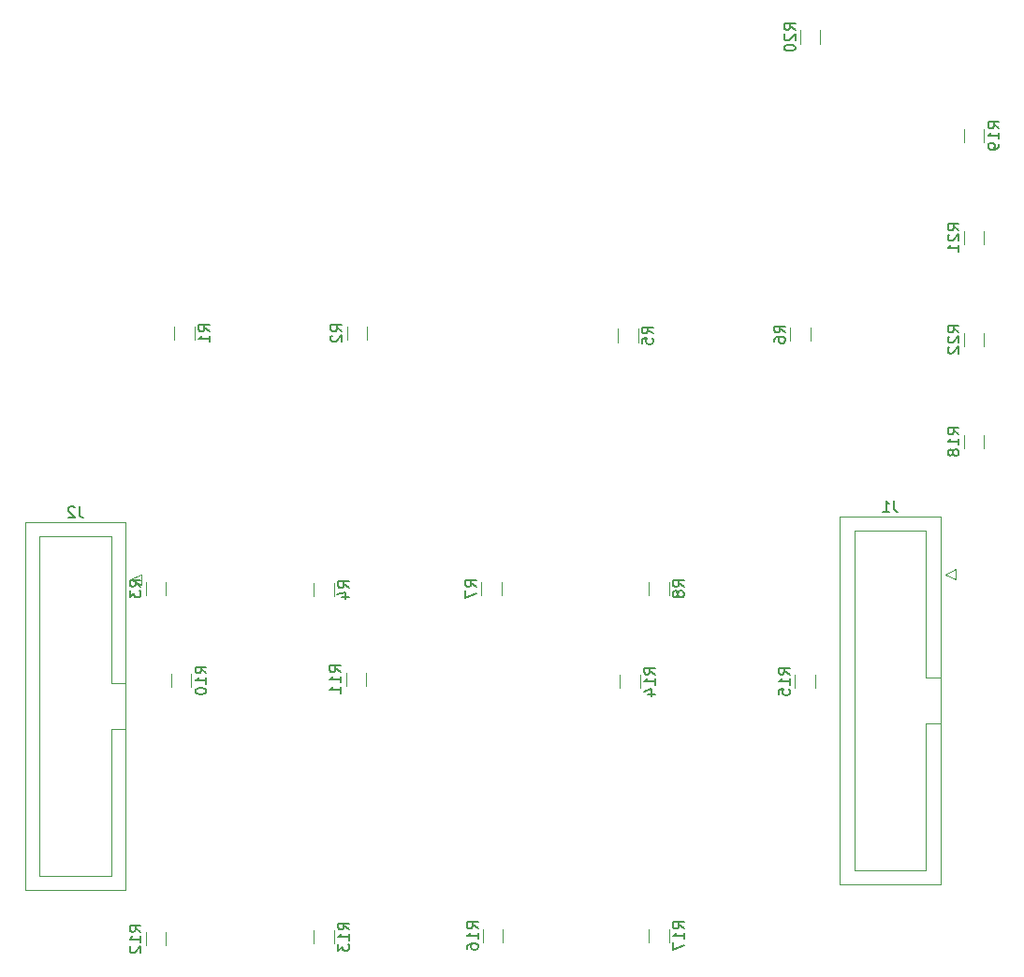
<source format=gbr>
%TF.GenerationSoftware,KiCad,Pcbnew,(5.1.6-0-10_14)*%
%TF.CreationDate,2020-08-30T22:56:52+02:00*%
%TF.ProjectId,sequencer-pcb,73657175-656e-4636-9572-2d7063622e6b,rev?*%
%TF.SameCoordinates,Original*%
%TF.FileFunction,Legend,Bot*%
%TF.FilePolarity,Positive*%
%FSLAX46Y46*%
G04 Gerber Fmt 4.6, Leading zero omitted, Abs format (unit mm)*
G04 Created by KiCad (PCBNEW (5.1.6-0-10_14)) date 2020-08-30 22:56:52*
%MOMM*%
%LPD*%
G01*
G04 APERTURE LIST*
%ADD10C,0.120000*%
%ADD11C,0.150000*%
G04 APERTURE END LIST*
D10*
%TO.C,R22*%
X187190000Y-80664602D02*
X187190000Y-81868730D01*
X189010000Y-80664602D02*
X189010000Y-81868730D01*
%TO.C,R21*%
X187190000Y-71431269D02*
X187190000Y-72635397D01*
X189010000Y-71431269D02*
X189010000Y-72635397D01*
%TO.C,R20*%
X172390000Y-53297936D02*
X172390000Y-54502064D01*
X174210000Y-53297936D02*
X174210000Y-54502064D01*
%TO.C,R19*%
X189010000Y-63402064D02*
X189010000Y-62197936D01*
X187190000Y-63402064D02*
X187190000Y-62197936D01*
%TO.C,R18*%
X187190000Y-89897936D02*
X187190000Y-91102064D01*
X189010000Y-89897936D02*
X189010000Y-91102064D01*
%TO.C,R17*%
X160510000Y-135802064D02*
X160510000Y-134597936D01*
X158690000Y-135802064D02*
X158690000Y-134597936D01*
%TO.C,R16*%
X143690000Y-134597936D02*
X143690000Y-135802064D01*
X145510000Y-134597936D02*
X145510000Y-135802064D01*
%TO.C,R15*%
X171890000Y-111597936D02*
X171890000Y-112802064D01*
X173710000Y-111597936D02*
X173710000Y-112802064D01*
%TO.C,R14*%
X157910000Y-112802064D02*
X157910000Y-111597936D01*
X156090000Y-112802064D02*
X156090000Y-111597936D01*
%TO.C,R13*%
X130210000Y-135902064D02*
X130210000Y-134697936D01*
X128390000Y-135902064D02*
X128390000Y-134697936D01*
%TO.C,R12*%
X113190000Y-134897936D02*
X113190000Y-136102064D01*
X115010000Y-134897936D02*
X115010000Y-136102064D01*
%TO.C,R11*%
X131290000Y-111397936D02*
X131290000Y-112602064D01*
X133110000Y-111397936D02*
X133110000Y-112602064D01*
%TO.C,R10*%
X117310000Y-112702064D02*
X117310000Y-111497936D01*
X115490000Y-112702064D02*
X115490000Y-111497936D01*
%TO.C,R8*%
X160510000Y-104402064D02*
X160510000Y-103197936D01*
X158690000Y-104402064D02*
X158690000Y-103197936D01*
%TO.C,R7*%
X143548000Y-103197936D02*
X143548000Y-104402064D01*
X145368000Y-103197936D02*
X145368000Y-104402064D01*
%TO.C,R6*%
X171490000Y-80197936D02*
X171490000Y-81402064D01*
X173310000Y-80197936D02*
X173310000Y-81402064D01*
%TO.C,R5*%
X157710000Y-81502064D02*
X157710000Y-80297936D01*
X155890000Y-81502064D02*
X155890000Y-80297936D01*
%TO.C,R4*%
X130210000Y-104502064D02*
X130210000Y-103297936D01*
X128390000Y-104502064D02*
X128390000Y-103297936D01*
%TO.C,R3*%
X113190000Y-103197936D02*
X113190000Y-104402064D01*
X115010000Y-103197936D02*
X115010000Y-104402064D01*
%TO.C,R2*%
X131390000Y-80097936D02*
X131390000Y-81302064D01*
X133210000Y-80097936D02*
X133210000Y-81302064D01*
%TO.C,R1*%
X117610000Y-81302064D02*
X117610000Y-80097936D01*
X115790000Y-81302064D02*
X115790000Y-80097936D01*
%TO.C,J2*%
X112780000Y-103500000D02*
X111780000Y-103000000D01*
X112780000Y-102500000D02*
X112780000Y-103500000D01*
X111780000Y-103000000D02*
X112780000Y-102500000D01*
X110080000Y-116480000D02*
X111390000Y-116480000D01*
X110080000Y-116480000D02*
X110080000Y-116480000D01*
X110080000Y-129770000D02*
X110080000Y-116480000D01*
X103580000Y-129770000D02*
X110080000Y-129770000D01*
X103580000Y-99090000D02*
X103580000Y-129770000D01*
X110080000Y-99090000D02*
X103580000Y-99090000D01*
X110080000Y-112380000D02*
X110080000Y-99090000D01*
X111390000Y-112380000D02*
X110080000Y-112380000D01*
X111390000Y-131070000D02*
X111390000Y-97790000D01*
X102270000Y-131070000D02*
X111390000Y-131070000D01*
X102270000Y-97790000D02*
X102270000Y-131070000D01*
X111390000Y-97790000D02*
X102270000Y-97790000D01*
%TO.C,J1*%
X185086000Y-97292000D02*
X175966000Y-97292000D01*
X175966000Y-97292000D02*
X175966000Y-130572000D01*
X175966000Y-130572000D02*
X185086000Y-130572000D01*
X185086000Y-130572000D02*
X185086000Y-97292000D01*
X185086000Y-111882000D02*
X183776000Y-111882000D01*
X183776000Y-111882000D02*
X183776000Y-98592000D01*
X183776000Y-98592000D02*
X177276000Y-98592000D01*
X177276000Y-98592000D02*
X177276000Y-129272000D01*
X177276000Y-129272000D02*
X183776000Y-129272000D01*
X183776000Y-129272000D02*
X183776000Y-115982000D01*
X183776000Y-115982000D02*
X183776000Y-115982000D01*
X183776000Y-115982000D02*
X185086000Y-115982000D01*
X185476000Y-102502000D02*
X186476000Y-102002000D01*
X186476000Y-102002000D02*
X186476000Y-103002000D01*
X186476000Y-103002000D02*
X185476000Y-102502000D01*
%TO.C,R22*%
D11*
X186732380Y-80623808D02*
X186256190Y-80290475D01*
X186732380Y-80052380D02*
X185732380Y-80052380D01*
X185732380Y-80433332D01*
X185780000Y-80528570D01*
X185827619Y-80576189D01*
X185922857Y-80623808D01*
X186065714Y-80623808D01*
X186160952Y-80576189D01*
X186208571Y-80528570D01*
X186256190Y-80433332D01*
X186256190Y-80052380D01*
X185827619Y-81004761D02*
X185780000Y-81052380D01*
X185732380Y-81147618D01*
X185732380Y-81385713D01*
X185780000Y-81480951D01*
X185827619Y-81528570D01*
X185922857Y-81576189D01*
X186018095Y-81576189D01*
X186160952Y-81528570D01*
X186732380Y-80957142D01*
X186732380Y-81576189D01*
X185827619Y-81957142D02*
X185780000Y-82004761D01*
X185732380Y-82099999D01*
X185732380Y-82338094D01*
X185780000Y-82433332D01*
X185827619Y-82480951D01*
X185922857Y-82528570D01*
X186018095Y-82528570D01*
X186160952Y-82480951D01*
X186732380Y-81909523D01*
X186732380Y-82528570D01*
%TO.C,R21*%
X186732380Y-71390475D02*
X186256190Y-71057142D01*
X186732380Y-70819047D02*
X185732380Y-70819047D01*
X185732380Y-71199999D01*
X185780000Y-71295237D01*
X185827619Y-71342856D01*
X185922857Y-71390475D01*
X186065714Y-71390475D01*
X186160952Y-71342856D01*
X186208571Y-71295237D01*
X186256190Y-71199999D01*
X186256190Y-70819047D01*
X185827619Y-71771428D02*
X185780000Y-71819047D01*
X185732380Y-71914285D01*
X185732380Y-72152380D01*
X185780000Y-72247618D01*
X185827619Y-72295237D01*
X185922857Y-72342856D01*
X186018095Y-72342856D01*
X186160952Y-72295237D01*
X186732380Y-71723809D01*
X186732380Y-72342856D01*
X186732380Y-73295237D02*
X186732380Y-72723809D01*
X186732380Y-73009523D02*
X185732380Y-73009523D01*
X185875238Y-72914285D01*
X185970476Y-72819047D01*
X186018095Y-72723809D01*
%TO.C,R20*%
X171932380Y-53257142D02*
X171456190Y-52923809D01*
X171932380Y-52685714D02*
X170932380Y-52685714D01*
X170932380Y-53066666D01*
X170980000Y-53161904D01*
X171027619Y-53209523D01*
X171122857Y-53257142D01*
X171265714Y-53257142D01*
X171360952Y-53209523D01*
X171408571Y-53161904D01*
X171456190Y-53066666D01*
X171456190Y-52685714D01*
X171027619Y-53638095D02*
X170980000Y-53685714D01*
X170932380Y-53780952D01*
X170932380Y-54019047D01*
X170980000Y-54114285D01*
X171027619Y-54161904D01*
X171122857Y-54209523D01*
X171218095Y-54209523D01*
X171360952Y-54161904D01*
X171932380Y-53590476D01*
X171932380Y-54209523D01*
X170932380Y-54828571D02*
X170932380Y-54923809D01*
X170980000Y-55019047D01*
X171027619Y-55066666D01*
X171122857Y-55114285D01*
X171313333Y-55161904D01*
X171551428Y-55161904D01*
X171741904Y-55114285D01*
X171837142Y-55066666D01*
X171884761Y-55019047D01*
X171932380Y-54923809D01*
X171932380Y-54828571D01*
X171884761Y-54733333D01*
X171837142Y-54685714D01*
X171741904Y-54638095D01*
X171551428Y-54590476D01*
X171313333Y-54590476D01*
X171122857Y-54638095D01*
X171027619Y-54685714D01*
X170980000Y-54733333D01*
X170932380Y-54828571D01*
%TO.C,R19*%
X190372380Y-62157142D02*
X189896190Y-61823809D01*
X190372380Y-61585714D02*
X189372380Y-61585714D01*
X189372380Y-61966666D01*
X189420000Y-62061904D01*
X189467619Y-62109523D01*
X189562857Y-62157142D01*
X189705714Y-62157142D01*
X189800952Y-62109523D01*
X189848571Y-62061904D01*
X189896190Y-61966666D01*
X189896190Y-61585714D01*
X190372380Y-63109523D02*
X190372380Y-62538095D01*
X190372380Y-62823809D02*
X189372380Y-62823809D01*
X189515238Y-62728571D01*
X189610476Y-62633333D01*
X189658095Y-62538095D01*
X190372380Y-63585714D02*
X190372380Y-63776190D01*
X190324761Y-63871428D01*
X190277142Y-63919047D01*
X190134285Y-64014285D01*
X189943809Y-64061904D01*
X189562857Y-64061904D01*
X189467619Y-64014285D01*
X189420000Y-63966666D01*
X189372380Y-63871428D01*
X189372380Y-63680952D01*
X189420000Y-63585714D01*
X189467619Y-63538095D01*
X189562857Y-63490476D01*
X189800952Y-63490476D01*
X189896190Y-63538095D01*
X189943809Y-63585714D01*
X189991428Y-63680952D01*
X189991428Y-63871428D01*
X189943809Y-63966666D01*
X189896190Y-64014285D01*
X189800952Y-64061904D01*
%TO.C,R18*%
X186732380Y-89857142D02*
X186256190Y-89523809D01*
X186732380Y-89285714D02*
X185732380Y-89285714D01*
X185732380Y-89666666D01*
X185780000Y-89761904D01*
X185827619Y-89809523D01*
X185922857Y-89857142D01*
X186065714Y-89857142D01*
X186160952Y-89809523D01*
X186208571Y-89761904D01*
X186256190Y-89666666D01*
X186256190Y-89285714D01*
X186732380Y-90809523D02*
X186732380Y-90238095D01*
X186732380Y-90523809D02*
X185732380Y-90523809D01*
X185875238Y-90428571D01*
X185970476Y-90333333D01*
X186018095Y-90238095D01*
X186160952Y-91380952D02*
X186113333Y-91285714D01*
X186065714Y-91238095D01*
X185970476Y-91190476D01*
X185922857Y-91190476D01*
X185827619Y-91238095D01*
X185780000Y-91285714D01*
X185732380Y-91380952D01*
X185732380Y-91571428D01*
X185780000Y-91666666D01*
X185827619Y-91714285D01*
X185922857Y-91761904D01*
X185970476Y-91761904D01*
X186065714Y-91714285D01*
X186113333Y-91666666D01*
X186160952Y-91571428D01*
X186160952Y-91380952D01*
X186208571Y-91285714D01*
X186256190Y-91238095D01*
X186351428Y-91190476D01*
X186541904Y-91190476D01*
X186637142Y-91238095D01*
X186684761Y-91285714D01*
X186732380Y-91380952D01*
X186732380Y-91571428D01*
X186684761Y-91666666D01*
X186637142Y-91714285D01*
X186541904Y-91761904D01*
X186351428Y-91761904D01*
X186256190Y-91714285D01*
X186208571Y-91666666D01*
X186160952Y-91571428D01*
%TO.C,R17*%
X161872380Y-134557142D02*
X161396190Y-134223809D01*
X161872380Y-133985714D02*
X160872380Y-133985714D01*
X160872380Y-134366666D01*
X160920000Y-134461904D01*
X160967619Y-134509523D01*
X161062857Y-134557142D01*
X161205714Y-134557142D01*
X161300952Y-134509523D01*
X161348571Y-134461904D01*
X161396190Y-134366666D01*
X161396190Y-133985714D01*
X161872380Y-135509523D02*
X161872380Y-134938095D01*
X161872380Y-135223809D02*
X160872380Y-135223809D01*
X161015238Y-135128571D01*
X161110476Y-135033333D01*
X161158095Y-134938095D01*
X160872380Y-135842857D02*
X160872380Y-136509523D01*
X161872380Y-136080952D01*
%TO.C,R16*%
X143232380Y-134557142D02*
X142756190Y-134223809D01*
X143232380Y-133985714D02*
X142232380Y-133985714D01*
X142232380Y-134366666D01*
X142280000Y-134461904D01*
X142327619Y-134509523D01*
X142422857Y-134557142D01*
X142565714Y-134557142D01*
X142660952Y-134509523D01*
X142708571Y-134461904D01*
X142756190Y-134366666D01*
X142756190Y-133985714D01*
X143232380Y-135509523D02*
X143232380Y-134938095D01*
X143232380Y-135223809D02*
X142232380Y-135223809D01*
X142375238Y-135128571D01*
X142470476Y-135033333D01*
X142518095Y-134938095D01*
X142232380Y-136366666D02*
X142232380Y-136176190D01*
X142280000Y-136080952D01*
X142327619Y-136033333D01*
X142470476Y-135938095D01*
X142660952Y-135890476D01*
X143041904Y-135890476D01*
X143137142Y-135938095D01*
X143184761Y-135985714D01*
X143232380Y-136080952D01*
X143232380Y-136271428D01*
X143184761Y-136366666D01*
X143137142Y-136414285D01*
X143041904Y-136461904D01*
X142803809Y-136461904D01*
X142708571Y-136414285D01*
X142660952Y-136366666D01*
X142613333Y-136271428D01*
X142613333Y-136080952D01*
X142660952Y-135985714D01*
X142708571Y-135938095D01*
X142803809Y-135890476D01*
%TO.C,R15*%
X171432380Y-111557142D02*
X170956190Y-111223809D01*
X171432380Y-110985714D02*
X170432380Y-110985714D01*
X170432380Y-111366666D01*
X170480000Y-111461904D01*
X170527619Y-111509523D01*
X170622857Y-111557142D01*
X170765714Y-111557142D01*
X170860952Y-111509523D01*
X170908571Y-111461904D01*
X170956190Y-111366666D01*
X170956190Y-110985714D01*
X171432380Y-112509523D02*
X171432380Y-111938095D01*
X171432380Y-112223809D02*
X170432380Y-112223809D01*
X170575238Y-112128571D01*
X170670476Y-112033333D01*
X170718095Y-111938095D01*
X170432380Y-113414285D02*
X170432380Y-112938095D01*
X170908571Y-112890476D01*
X170860952Y-112938095D01*
X170813333Y-113033333D01*
X170813333Y-113271428D01*
X170860952Y-113366666D01*
X170908571Y-113414285D01*
X171003809Y-113461904D01*
X171241904Y-113461904D01*
X171337142Y-113414285D01*
X171384761Y-113366666D01*
X171432380Y-113271428D01*
X171432380Y-113033333D01*
X171384761Y-112938095D01*
X171337142Y-112890476D01*
%TO.C,R14*%
X159272380Y-111557142D02*
X158796190Y-111223809D01*
X159272380Y-110985714D02*
X158272380Y-110985714D01*
X158272380Y-111366666D01*
X158320000Y-111461904D01*
X158367619Y-111509523D01*
X158462857Y-111557142D01*
X158605714Y-111557142D01*
X158700952Y-111509523D01*
X158748571Y-111461904D01*
X158796190Y-111366666D01*
X158796190Y-110985714D01*
X159272380Y-112509523D02*
X159272380Y-111938095D01*
X159272380Y-112223809D02*
X158272380Y-112223809D01*
X158415238Y-112128571D01*
X158510476Y-112033333D01*
X158558095Y-111938095D01*
X158605714Y-113366666D02*
X159272380Y-113366666D01*
X158224761Y-113128571D02*
X158939047Y-112890476D01*
X158939047Y-113509523D01*
%TO.C,R13*%
X131572380Y-134657142D02*
X131096190Y-134323809D01*
X131572380Y-134085714D02*
X130572380Y-134085714D01*
X130572380Y-134466666D01*
X130620000Y-134561904D01*
X130667619Y-134609523D01*
X130762857Y-134657142D01*
X130905714Y-134657142D01*
X131000952Y-134609523D01*
X131048571Y-134561904D01*
X131096190Y-134466666D01*
X131096190Y-134085714D01*
X131572380Y-135609523D02*
X131572380Y-135038095D01*
X131572380Y-135323809D02*
X130572380Y-135323809D01*
X130715238Y-135228571D01*
X130810476Y-135133333D01*
X130858095Y-135038095D01*
X130572380Y-135942857D02*
X130572380Y-136561904D01*
X130953333Y-136228571D01*
X130953333Y-136371428D01*
X131000952Y-136466666D01*
X131048571Y-136514285D01*
X131143809Y-136561904D01*
X131381904Y-136561904D01*
X131477142Y-136514285D01*
X131524761Y-136466666D01*
X131572380Y-136371428D01*
X131572380Y-136085714D01*
X131524761Y-135990476D01*
X131477142Y-135942857D01*
%TO.C,R12*%
X112732380Y-134857142D02*
X112256190Y-134523809D01*
X112732380Y-134285714D02*
X111732380Y-134285714D01*
X111732380Y-134666666D01*
X111780000Y-134761904D01*
X111827619Y-134809523D01*
X111922857Y-134857142D01*
X112065714Y-134857142D01*
X112160952Y-134809523D01*
X112208571Y-134761904D01*
X112256190Y-134666666D01*
X112256190Y-134285714D01*
X112732380Y-135809523D02*
X112732380Y-135238095D01*
X112732380Y-135523809D02*
X111732380Y-135523809D01*
X111875238Y-135428571D01*
X111970476Y-135333333D01*
X112018095Y-135238095D01*
X111827619Y-136190476D02*
X111780000Y-136238095D01*
X111732380Y-136333333D01*
X111732380Y-136571428D01*
X111780000Y-136666666D01*
X111827619Y-136714285D01*
X111922857Y-136761904D01*
X112018095Y-136761904D01*
X112160952Y-136714285D01*
X112732380Y-136142857D01*
X112732380Y-136761904D01*
%TO.C,R11*%
X130832380Y-111357142D02*
X130356190Y-111023809D01*
X130832380Y-110785714D02*
X129832380Y-110785714D01*
X129832380Y-111166666D01*
X129880000Y-111261904D01*
X129927619Y-111309523D01*
X130022857Y-111357142D01*
X130165714Y-111357142D01*
X130260952Y-111309523D01*
X130308571Y-111261904D01*
X130356190Y-111166666D01*
X130356190Y-110785714D01*
X130832380Y-112309523D02*
X130832380Y-111738095D01*
X130832380Y-112023809D02*
X129832380Y-112023809D01*
X129975238Y-111928571D01*
X130070476Y-111833333D01*
X130118095Y-111738095D01*
X130832380Y-113261904D02*
X130832380Y-112690476D01*
X130832380Y-112976190D02*
X129832380Y-112976190D01*
X129975238Y-112880952D01*
X130070476Y-112785714D01*
X130118095Y-112690476D01*
%TO.C,R10*%
X118672380Y-111457142D02*
X118196190Y-111123809D01*
X118672380Y-110885714D02*
X117672380Y-110885714D01*
X117672380Y-111266666D01*
X117720000Y-111361904D01*
X117767619Y-111409523D01*
X117862857Y-111457142D01*
X118005714Y-111457142D01*
X118100952Y-111409523D01*
X118148571Y-111361904D01*
X118196190Y-111266666D01*
X118196190Y-110885714D01*
X118672380Y-112409523D02*
X118672380Y-111838095D01*
X118672380Y-112123809D02*
X117672380Y-112123809D01*
X117815238Y-112028571D01*
X117910476Y-111933333D01*
X117958095Y-111838095D01*
X117672380Y-113028571D02*
X117672380Y-113123809D01*
X117720000Y-113219047D01*
X117767619Y-113266666D01*
X117862857Y-113314285D01*
X118053333Y-113361904D01*
X118291428Y-113361904D01*
X118481904Y-113314285D01*
X118577142Y-113266666D01*
X118624761Y-113219047D01*
X118672380Y-113123809D01*
X118672380Y-113028571D01*
X118624761Y-112933333D01*
X118577142Y-112885714D01*
X118481904Y-112838095D01*
X118291428Y-112790476D01*
X118053333Y-112790476D01*
X117862857Y-112838095D01*
X117767619Y-112885714D01*
X117720000Y-112933333D01*
X117672380Y-113028571D01*
%TO.C,R8*%
X161872380Y-103633333D02*
X161396190Y-103300000D01*
X161872380Y-103061904D02*
X160872380Y-103061904D01*
X160872380Y-103442857D01*
X160920000Y-103538095D01*
X160967619Y-103585714D01*
X161062857Y-103633333D01*
X161205714Y-103633333D01*
X161300952Y-103585714D01*
X161348571Y-103538095D01*
X161396190Y-103442857D01*
X161396190Y-103061904D01*
X161300952Y-104204761D02*
X161253333Y-104109523D01*
X161205714Y-104061904D01*
X161110476Y-104014285D01*
X161062857Y-104014285D01*
X160967619Y-104061904D01*
X160920000Y-104109523D01*
X160872380Y-104204761D01*
X160872380Y-104395238D01*
X160920000Y-104490476D01*
X160967619Y-104538095D01*
X161062857Y-104585714D01*
X161110476Y-104585714D01*
X161205714Y-104538095D01*
X161253333Y-104490476D01*
X161300952Y-104395238D01*
X161300952Y-104204761D01*
X161348571Y-104109523D01*
X161396190Y-104061904D01*
X161491428Y-104014285D01*
X161681904Y-104014285D01*
X161777142Y-104061904D01*
X161824761Y-104109523D01*
X161872380Y-104204761D01*
X161872380Y-104395238D01*
X161824761Y-104490476D01*
X161777142Y-104538095D01*
X161681904Y-104585714D01*
X161491428Y-104585714D01*
X161396190Y-104538095D01*
X161348571Y-104490476D01*
X161300952Y-104395238D01*
%TO.C,R7*%
X143090380Y-103633333D02*
X142614190Y-103300000D01*
X143090380Y-103061904D02*
X142090380Y-103061904D01*
X142090380Y-103442857D01*
X142138000Y-103538095D01*
X142185619Y-103585714D01*
X142280857Y-103633333D01*
X142423714Y-103633333D01*
X142518952Y-103585714D01*
X142566571Y-103538095D01*
X142614190Y-103442857D01*
X142614190Y-103061904D01*
X142090380Y-103966666D02*
X142090380Y-104633333D01*
X143090380Y-104204761D01*
%TO.C,R6*%
X171032380Y-80633333D02*
X170556190Y-80300000D01*
X171032380Y-80061904D02*
X170032380Y-80061904D01*
X170032380Y-80442857D01*
X170080000Y-80538095D01*
X170127619Y-80585714D01*
X170222857Y-80633333D01*
X170365714Y-80633333D01*
X170460952Y-80585714D01*
X170508571Y-80538095D01*
X170556190Y-80442857D01*
X170556190Y-80061904D01*
X170032380Y-81490476D02*
X170032380Y-81300000D01*
X170080000Y-81204761D01*
X170127619Y-81157142D01*
X170270476Y-81061904D01*
X170460952Y-81014285D01*
X170841904Y-81014285D01*
X170937142Y-81061904D01*
X170984761Y-81109523D01*
X171032380Y-81204761D01*
X171032380Y-81395238D01*
X170984761Y-81490476D01*
X170937142Y-81538095D01*
X170841904Y-81585714D01*
X170603809Y-81585714D01*
X170508571Y-81538095D01*
X170460952Y-81490476D01*
X170413333Y-81395238D01*
X170413333Y-81204761D01*
X170460952Y-81109523D01*
X170508571Y-81061904D01*
X170603809Y-81014285D01*
%TO.C,R5*%
X159072380Y-80733333D02*
X158596190Y-80400000D01*
X159072380Y-80161904D02*
X158072380Y-80161904D01*
X158072380Y-80542857D01*
X158120000Y-80638095D01*
X158167619Y-80685714D01*
X158262857Y-80733333D01*
X158405714Y-80733333D01*
X158500952Y-80685714D01*
X158548571Y-80638095D01*
X158596190Y-80542857D01*
X158596190Y-80161904D01*
X158072380Y-81638095D02*
X158072380Y-81161904D01*
X158548571Y-81114285D01*
X158500952Y-81161904D01*
X158453333Y-81257142D01*
X158453333Y-81495238D01*
X158500952Y-81590476D01*
X158548571Y-81638095D01*
X158643809Y-81685714D01*
X158881904Y-81685714D01*
X158977142Y-81638095D01*
X159024761Y-81590476D01*
X159072380Y-81495238D01*
X159072380Y-81257142D01*
X159024761Y-81161904D01*
X158977142Y-81114285D01*
%TO.C,R4*%
X131572380Y-103733333D02*
X131096190Y-103400000D01*
X131572380Y-103161904D02*
X130572380Y-103161904D01*
X130572380Y-103542857D01*
X130620000Y-103638095D01*
X130667619Y-103685714D01*
X130762857Y-103733333D01*
X130905714Y-103733333D01*
X131000952Y-103685714D01*
X131048571Y-103638095D01*
X131096190Y-103542857D01*
X131096190Y-103161904D01*
X130905714Y-104590476D02*
X131572380Y-104590476D01*
X130524761Y-104352380D02*
X131239047Y-104114285D01*
X131239047Y-104733333D01*
%TO.C,R3*%
X112732380Y-103633333D02*
X112256190Y-103300000D01*
X112732380Y-103061904D02*
X111732380Y-103061904D01*
X111732380Y-103442857D01*
X111780000Y-103538095D01*
X111827619Y-103585714D01*
X111922857Y-103633333D01*
X112065714Y-103633333D01*
X112160952Y-103585714D01*
X112208571Y-103538095D01*
X112256190Y-103442857D01*
X112256190Y-103061904D01*
X111732380Y-103966666D02*
X111732380Y-104585714D01*
X112113333Y-104252380D01*
X112113333Y-104395238D01*
X112160952Y-104490476D01*
X112208571Y-104538095D01*
X112303809Y-104585714D01*
X112541904Y-104585714D01*
X112637142Y-104538095D01*
X112684761Y-104490476D01*
X112732380Y-104395238D01*
X112732380Y-104109523D01*
X112684761Y-104014285D01*
X112637142Y-103966666D01*
%TO.C,R2*%
X130932380Y-80533333D02*
X130456190Y-80200000D01*
X130932380Y-79961904D02*
X129932380Y-79961904D01*
X129932380Y-80342857D01*
X129980000Y-80438095D01*
X130027619Y-80485714D01*
X130122857Y-80533333D01*
X130265714Y-80533333D01*
X130360952Y-80485714D01*
X130408571Y-80438095D01*
X130456190Y-80342857D01*
X130456190Y-79961904D01*
X130027619Y-80914285D02*
X129980000Y-80961904D01*
X129932380Y-81057142D01*
X129932380Y-81295238D01*
X129980000Y-81390476D01*
X130027619Y-81438095D01*
X130122857Y-81485714D01*
X130218095Y-81485714D01*
X130360952Y-81438095D01*
X130932380Y-80866666D01*
X130932380Y-81485714D01*
%TO.C,R1*%
X118972380Y-80533333D02*
X118496190Y-80200000D01*
X118972380Y-79961904D02*
X117972380Y-79961904D01*
X117972380Y-80342857D01*
X118020000Y-80438095D01*
X118067619Y-80485714D01*
X118162857Y-80533333D01*
X118305714Y-80533333D01*
X118400952Y-80485714D01*
X118448571Y-80438095D01*
X118496190Y-80342857D01*
X118496190Y-79961904D01*
X118972380Y-81485714D02*
X118972380Y-80914285D01*
X118972380Y-81200000D02*
X117972380Y-81200000D01*
X118115238Y-81104761D01*
X118210476Y-81009523D01*
X118258095Y-80914285D01*
%TO.C,J2*%
X107163333Y-96352380D02*
X107163333Y-97066666D01*
X107210952Y-97209523D01*
X107306190Y-97304761D01*
X107449047Y-97352380D01*
X107544285Y-97352380D01*
X106734761Y-96447619D02*
X106687142Y-96400000D01*
X106591904Y-96352380D01*
X106353809Y-96352380D01*
X106258571Y-96400000D01*
X106210952Y-96447619D01*
X106163333Y-96542857D01*
X106163333Y-96638095D01*
X106210952Y-96780952D01*
X106782380Y-97352380D01*
X106163333Y-97352380D01*
%TO.C,J1*%
X180859333Y-95854380D02*
X180859333Y-96568666D01*
X180906952Y-96711523D01*
X181002190Y-96806761D01*
X181145047Y-96854380D01*
X181240285Y-96854380D01*
X179859333Y-96854380D02*
X180430761Y-96854380D01*
X180145047Y-96854380D02*
X180145047Y-95854380D01*
X180240285Y-95997238D01*
X180335523Y-96092476D01*
X180430761Y-96140095D01*
%TD*%
M02*

</source>
